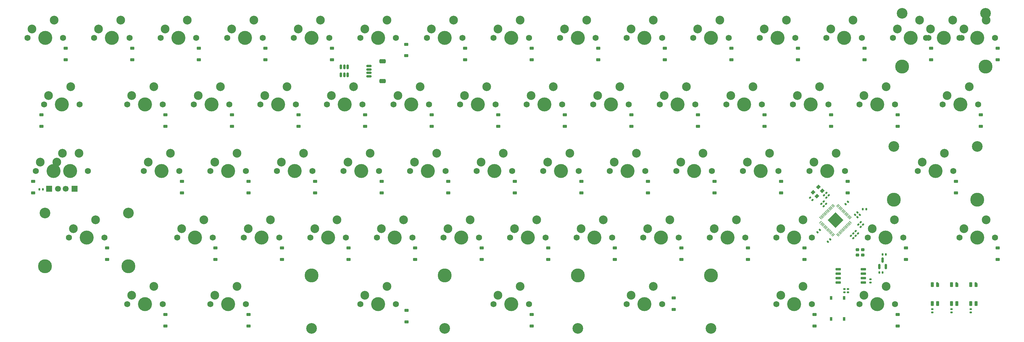
<source format=gbr>
%TF.GenerationSoftware,KiCad,Pcbnew,8.0.1*%
%TF.CreationDate,2025-07-05T22:55:18+09:00*%
%TF.ProjectId,Lily60,4c696c79-3630-42e6-9b69-6361645f7063,rev?*%
%TF.SameCoordinates,Original*%
%TF.FileFunction,Soldermask,Bot*%
%TF.FilePolarity,Negative*%
%FSLAX46Y46*%
G04 Gerber Fmt 4.6, Leading zero omitted, Abs format (unit mm)*
G04 Created by KiCad (PCBNEW 8.0.1) date 2025-07-05 22:55:18*
%MOMM*%
%LPD*%
G01*
G04 APERTURE LIST*
G04 Aperture macros list*
%AMRoundRect*
0 Rectangle with rounded corners*
0 $1 Rounding radius*
0 $2 $3 $4 $5 $6 $7 $8 $9 X,Y pos of 4 corners*
0 Add a 4 corners polygon primitive as box body*
4,1,4,$2,$3,$4,$5,$6,$7,$8,$9,$2,$3,0*
0 Add four circle primitives for the rounded corners*
1,1,$1+$1,$2,$3*
1,1,$1+$1,$4,$5*
1,1,$1+$1,$6,$7*
1,1,$1+$1,$8,$9*
0 Add four rect primitives between the rounded corners*
20,1,$1+$1,$2,$3,$4,$5,0*
20,1,$1+$1,$4,$5,$6,$7,0*
20,1,$1+$1,$6,$7,$8,$9,0*
20,1,$1+$1,$8,$9,$2,$3,0*%
%AMRotRect*
0 Rectangle, with rotation*
0 The origin of the aperture is its center*
0 $1 length*
0 $2 width*
0 $3 Rotation angle, in degrees counterclockwise*
0 Add horizontal line*
21,1,$1,$2,0,0,$3*%
%AMFreePoly0*
4,1,18,-0.700000,0.205000,-0.684395,0.283450,-0.639957,0.349957,-0.573450,0.394395,-0.495000,0.410000,0.495000,0.410000,0.573450,0.394395,0.639957,0.349957,0.684395,0.283450,0.700000,0.205000,0.700000,0.000000,0.290000,-0.410000,-0.495000,-0.410000,-0.573450,-0.394395,-0.639957,-0.349957,-0.684395,-0.283450,-0.700000,-0.205000,-0.700000,0.205000,-0.700000,0.205000,$1*%
G04 Aperture macros list end*
%ADD10C,1.750000*%
%ADD11C,4.000000*%
%ADD12C,2.500000*%
%ADD13C,3.048000*%
%ADD14C,3.987800*%
%ADD15RoundRect,0.202500X0.202500X-0.497500X0.202500X0.497500X-0.202500X0.497500X-0.202500X-0.497500X0*%
%ADD16FreePoly0,90.000000*%
%ADD17RoundRect,0.205000X0.205000X-0.495000X0.205000X0.495000X-0.205000X0.495000X-0.205000X-0.495000X0*%
%ADD18C,1.690600*%
%ADD19R,1.690600X1.690600*%
%ADD20RoundRect,0.225000X0.375000X-0.225000X0.375000X0.225000X-0.375000X0.225000X-0.375000X-0.225000X0*%
%ADD21RoundRect,0.140000X-0.021213X0.219203X-0.219203X0.021213X0.021213X-0.219203X0.219203X-0.021213X0*%
%ADD22RoundRect,0.150000X0.150000X-0.587500X0.150000X0.587500X-0.150000X0.587500X-0.150000X-0.587500X0*%
%ADD23RoundRect,0.140000X0.170000X-0.140000X0.170000X0.140000X-0.170000X0.140000X-0.170000X-0.140000X0*%
%ADD24RoundRect,0.140000X0.219203X0.021213X0.021213X0.219203X-0.219203X-0.021213X-0.021213X-0.219203X0*%
%ADD25R,0.750000X1.000000*%
%ADD26RoundRect,0.140000X-0.219203X-0.021213X-0.021213X-0.219203X0.219203X0.021213X0.021213X0.219203X0*%
%ADD27RoundRect,0.140000X0.021213X-0.219203X0.219203X-0.021213X-0.021213X0.219203X-0.219203X0.021213X0*%
%ADD28RoundRect,0.140000X0.140000X0.170000X-0.140000X0.170000X-0.140000X-0.170000X0.140000X-0.170000X0*%
%ADD29RoundRect,0.150000X0.150000X-0.512500X0.150000X0.512500X-0.150000X0.512500X-0.150000X-0.512500X0*%
%ADD30RotRect,1.000000X0.900000X45.000000*%
%ADD31RoundRect,0.140000X-0.140000X-0.170000X0.140000X-0.170000X0.140000X0.170000X-0.140000X0.170000X0*%
%ADD32RoundRect,0.150000X-0.650000X-0.150000X0.650000X-0.150000X0.650000X0.150000X-0.650000X0.150000X0*%
%ADD33RoundRect,0.150000X-0.625000X0.150000X-0.625000X-0.150000X0.625000X-0.150000X0.625000X0.150000X0*%
%ADD34RoundRect,0.250000X-0.650000X0.350000X-0.650000X-0.350000X0.650000X-0.350000X0.650000X0.350000X0*%
%ADD35RoundRect,0.225000X-0.250000X0.225000X-0.250000X-0.225000X0.250000X-0.225000X0.250000X0.225000X0*%
%ADD36RoundRect,0.225000X0.250000X-0.225000X0.250000X0.225000X-0.250000X0.225000X-0.250000X-0.225000X0*%
%ADD37RoundRect,0.050000X-0.238649X-0.309359X0.309359X0.238649X0.238649X0.309359X-0.309359X-0.238649X0*%
%ADD38RoundRect,0.050000X0.238649X-0.309359X0.309359X-0.238649X-0.238649X0.309359X-0.309359X0.238649X0*%
%ADD39RoundRect,0.144000X0.000000X-2.059095X2.059095X0.000000X0.000000X2.059095X-2.059095X0.000000X0*%
G04 APERTURE END LIST*
D10*
%TO.C,MX51*%
X218757500Y-95250000D03*
D11*
X223837500Y-95250000D03*
D10*
X228917500Y-95250000D03*
D12*
X220027500Y-92710000D03*
X226377500Y-90170000D03*
%TD*%
D10*
%TO.C,MX29*%
X304482500Y-57150000D03*
D11*
X309562500Y-57150000D03*
D10*
X314642500Y-57150000D03*
D12*
X305752500Y-54610000D03*
X312102500Y-52070000D03*
%TD*%
D10*
%TO.C,MX18*%
X90170000Y-57150000D03*
D11*
X95250000Y-57150000D03*
D10*
X100330000Y-57150000D03*
D12*
X91440000Y-54610000D03*
X97790000Y-52070000D03*
%TD*%
D13*
%TO.C,REF\u002A\u002A*%
X47593250Y-88265000D03*
D14*
X47593250Y-103475000D03*
D13*
X71469250Y-88265000D03*
D14*
X71469250Y-103475000D03*
%TD*%
D10*
%TO.C,MX16*%
X47307500Y-57150000D03*
D11*
X52387500Y-57150000D03*
D10*
X57467500Y-57150000D03*
D12*
X48577500Y-54610000D03*
X54927500Y-52070000D03*
%TD*%
D10*
%TO.C,MX33*%
X113982500Y-76200000D03*
D11*
X119062500Y-76200000D03*
D10*
X124142500Y-76200000D03*
D12*
X115252500Y-73660000D03*
X121602500Y-71120000D03*
%TD*%
D10*
%TO.C,MX31*%
X75882500Y-76200000D03*
D11*
X80962500Y-76200000D03*
D10*
X86042500Y-76200000D03*
D12*
X77152500Y-73660000D03*
X83502500Y-71120000D03*
%TD*%
D10*
%TO.C,MX1*%
X42545000Y-38100000D03*
D11*
X47625000Y-38100000D03*
D10*
X52705000Y-38100000D03*
D12*
X43815000Y-35560000D03*
X50165000Y-33020000D03*
%TD*%
D13*
%TO.C,REF\u002A\u002A*%
X292862000Y-31115000D03*
D14*
X292862000Y-46325000D03*
D13*
X316738000Y-31115000D03*
D14*
X316738000Y-46325000D03*
%TD*%
D10*
%TO.C,MX12*%
X252095000Y-38100000D03*
D11*
X257175000Y-38100000D03*
D10*
X262255000Y-38100000D03*
D12*
X253365000Y-35560000D03*
X259715000Y-33020000D03*
%TD*%
D10*
%TO.C,MX61*%
X256857500Y-114300000D03*
D11*
X261937500Y-114300000D03*
D10*
X267017500Y-114300000D03*
D12*
X258127500Y-111760000D03*
X264477500Y-109220000D03*
%TD*%
D10*
%TO.C,MX4*%
X99695000Y-38100000D03*
D11*
X104775000Y-38100000D03*
D10*
X109855000Y-38100000D03*
D12*
X100965000Y-35560000D03*
X107315000Y-33020000D03*
%TD*%
D10*
%TO.C,MX58*%
X137795000Y-114300000D03*
D11*
X142875000Y-114300000D03*
D10*
X147955000Y-114300000D03*
D12*
X139065000Y-111760000D03*
X145415000Y-109220000D03*
%TD*%
D10*
%TO.C,MX54*%
X283051250Y-95250000D03*
D11*
X288131250Y-95250000D03*
D10*
X293211250Y-95250000D03*
D12*
X284321250Y-92710000D03*
X290671250Y-90170000D03*
%TD*%
D10*
%TO.C,MX20*%
X128270000Y-57150000D03*
D11*
X133350000Y-57150000D03*
D10*
X138430000Y-57150000D03*
D12*
X129540000Y-54610000D03*
X135890000Y-52070000D03*
%TD*%
D10*
%TO.C,MX9*%
X194945000Y-38100000D03*
D11*
X200025000Y-38100000D03*
D10*
X205105000Y-38100000D03*
D12*
X196215000Y-35560000D03*
X202565000Y-33020000D03*
%TD*%
D10*
%TO.C,MX23*%
X185420000Y-57150000D03*
D11*
X190500000Y-57150000D03*
D10*
X195580000Y-57150000D03*
D12*
X186690000Y-54610000D03*
X193040000Y-52070000D03*
%TD*%
D10*
%TO.C,MX17*%
X71120000Y-57150000D03*
D11*
X76200000Y-57150000D03*
D10*
X81280000Y-57150000D03*
D12*
X72390000Y-54610000D03*
X78740000Y-52070000D03*
%TD*%
D10*
%TO.C,MX39*%
X228282500Y-76200000D03*
D11*
X233362500Y-76200000D03*
D10*
X238442500Y-76200000D03*
D12*
X229552500Y-73660000D03*
X235902500Y-71120000D03*
%TD*%
D15*
%TO.C,D63*%
X302970002Y-114150000D03*
D16*
X302975002Y-108750000D03*
D17*
X301475002Y-108750000D03*
X301475002Y-114150000D03*
%TD*%
D10*
%TO.C,MX14*%
X290195000Y-38100000D03*
D11*
X295275000Y-38100000D03*
D10*
X300355000Y-38100000D03*
D12*
X291465000Y-35560000D03*
X297815000Y-33020000D03*
%TD*%
D10*
%TO.C,MX48*%
X161607500Y-95250000D03*
D11*
X166687500Y-95250000D03*
D10*
X171767500Y-95250000D03*
D12*
X162877500Y-92710000D03*
X169227500Y-90170000D03*
%TD*%
D10*
%TO.C,MX27*%
X261620000Y-57150000D03*
D11*
X266700000Y-57150000D03*
D10*
X271780000Y-57150000D03*
D12*
X262890000Y-54610000D03*
X269240000Y-52070000D03*
%TD*%
D10*
%TO.C,MX22*%
X166370000Y-57150000D03*
D11*
X171450000Y-57150000D03*
D10*
X176530000Y-57150000D03*
D12*
X167640000Y-54610000D03*
X173990000Y-52070000D03*
%TD*%
D10*
%TO.C,MX45*%
X104457500Y-95250000D03*
D11*
X109537500Y-95250000D03*
D10*
X114617500Y-95250000D03*
D12*
X105727500Y-92710000D03*
X112077500Y-90170000D03*
%TD*%
D10*
%TO.C,MX21*%
X147320000Y-57150000D03*
D11*
X152400000Y-57150000D03*
D10*
X157480000Y-57150000D03*
D12*
X148590000Y-54610000D03*
X154940000Y-52070000D03*
%TD*%
D15*
%TO.C,D66*%
X313970001Y-114150001D03*
D16*
X313975001Y-108750001D03*
D17*
X312475001Y-108750001D03*
X312475001Y-114150001D03*
%TD*%
D10*
%TO.C,MX37*%
X190182500Y-76200000D03*
D11*
X195262500Y-76200000D03*
D10*
X200342500Y-76200000D03*
D12*
X191452500Y-73660000D03*
X197802500Y-71120000D03*
%TD*%
D10*
%TO.C,MX47*%
X142557500Y-95250000D03*
D11*
X147637500Y-95250000D03*
D10*
X152717500Y-95250000D03*
D12*
X143827500Y-92710000D03*
X150177500Y-90170000D03*
%TD*%
D13*
%TO.C,REF\u002A\u002A*%
X238125000Y-121285000D03*
D14*
X238125000Y-106075000D03*
D13*
X200025000Y-121285000D03*
D14*
X200025000Y-106075000D03*
%TD*%
D10*
%TO.C,MX25*%
X223520000Y-57150000D03*
D11*
X228600000Y-57150000D03*
D10*
X233680000Y-57150000D03*
D12*
X224790000Y-54610000D03*
X231140000Y-52070000D03*
%TD*%
D10*
%TO.C,MX62*%
X280670000Y-114300000D03*
D11*
X285750000Y-114300000D03*
D10*
X290830000Y-114300000D03*
D12*
X281940000Y-111760000D03*
X288290000Y-109220000D03*
%TD*%
D10*
%TO.C,MX26*%
X242570000Y-57150000D03*
D11*
X247650000Y-57150000D03*
D10*
X252730000Y-57150000D03*
D12*
X243840000Y-54610000D03*
X250190000Y-52070000D03*
%TD*%
D10*
%TO.C,MX49*%
X180657500Y-95250000D03*
D11*
X185737500Y-95250000D03*
D10*
X190817500Y-95250000D03*
D12*
X181927500Y-92710000D03*
X188277500Y-90170000D03*
%TD*%
D10*
%TO.C,MX60*%
X213995000Y-114300000D03*
D11*
X219075000Y-114300000D03*
D10*
X224155000Y-114300000D03*
D12*
X215265000Y-111760000D03*
X221615000Y-109220000D03*
%TD*%
D10*
%TO.C,MX44*%
X85407500Y-95250000D03*
D11*
X90487500Y-95250000D03*
D10*
X95567500Y-95250000D03*
D12*
X86677500Y-92710000D03*
X93027500Y-90170000D03*
%TD*%
D10*
%TO.C,MX40*%
X247332500Y-76200000D03*
D11*
X252412500Y-76200000D03*
D10*
X257492500Y-76200000D03*
D12*
X248602500Y-73660000D03*
X254952500Y-71120000D03*
%TD*%
D10*
%TO.C,MX43*%
X54451250Y-95250000D03*
D11*
X59531250Y-95250000D03*
D10*
X64611250Y-95250000D03*
D12*
X55721250Y-92710000D03*
X62071250Y-90170000D03*
%TD*%
D10*
%TO.C,MX55*%
X309245000Y-95250000D03*
D11*
X314325000Y-95250000D03*
D10*
X319405000Y-95250000D03*
D12*
X310515000Y-92710000D03*
X316865000Y-90170000D03*
%TD*%
D10*
%TO.C,MX53*%
X256857500Y-95250000D03*
D11*
X261937500Y-95250000D03*
D10*
X267017500Y-95250000D03*
D12*
X258127500Y-92710000D03*
X264477500Y-90170000D03*
%TD*%
D10*
%TO.C,MX56*%
X71120000Y-114300000D03*
D11*
X76200000Y-114300000D03*
D10*
X81280000Y-114300000D03*
D12*
X72390000Y-111760000D03*
X78740000Y-109220000D03*
%TD*%
D10*
%TO.C,MX10*%
X213995000Y-38100000D03*
D11*
X219075000Y-38100000D03*
D10*
X224155000Y-38100000D03*
D12*
X215265000Y-35560000D03*
X221615000Y-33020000D03*
%TD*%
D10*
%TO.C,MX24*%
X204470000Y-57150000D03*
D11*
X209550000Y-57150000D03*
D10*
X214630000Y-57150000D03*
D12*
X205740000Y-54610000D03*
X212090000Y-52070000D03*
%TD*%
D10*
%TO.C,MX6*%
X137795000Y-38100000D03*
D11*
X142875000Y-38100000D03*
D10*
X147955000Y-38100000D03*
D12*
X139065000Y-35560000D03*
X145415000Y-33020000D03*
%TD*%
D10*
%TO.C,MX50*%
X199707500Y-95250000D03*
D11*
X204787500Y-95250000D03*
D10*
X209867500Y-95250000D03*
D12*
X200977500Y-92710000D03*
X207327500Y-90170000D03*
%TD*%
D10*
%TO.C,MX28*%
X280670000Y-57150000D03*
D11*
X285750000Y-57150000D03*
D10*
X290830000Y-57150000D03*
D12*
X281940000Y-54610000D03*
X288290000Y-52070000D03*
%TD*%
D10*
%TO.C,MX15*%
X299720000Y-38100000D03*
D11*
X304800000Y-38100000D03*
D10*
X309245000Y-38100000D03*
X309880000Y-38100000D03*
D11*
X314325000Y-38100000D03*
D10*
X319405000Y-38100000D03*
D12*
X300990000Y-35560000D03*
X310515000Y-35560000D03*
X307340000Y-33020000D03*
X316865000Y-33020000D03*
%TD*%
D10*
%TO.C,MX41*%
X266382500Y-76200000D03*
D11*
X271462500Y-76200000D03*
D10*
X276542500Y-76200000D03*
D12*
X267652500Y-73660000D03*
X274002500Y-71120000D03*
%TD*%
D10*
%TO.C,MX13*%
X271145000Y-38100000D03*
D11*
X276225000Y-38100000D03*
D10*
X281305000Y-38100000D03*
D12*
X272415000Y-35560000D03*
X278765000Y-33020000D03*
%TD*%
D13*
%TO.C,REF\u002A\u002A*%
X161925000Y-121285000D03*
D14*
X161925000Y-106075000D03*
D13*
X123825000Y-121285000D03*
D14*
X123825000Y-106075000D03*
%TD*%
D10*
%TO.C,MX3*%
X80645000Y-38100000D03*
D11*
X85725000Y-38100000D03*
D10*
X90805000Y-38100000D03*
D12*
X81915000Y-35560000D03*
X88265000Y-33020000D03*
%TD*%
D18*
%TO.C,D65*%
X51276250Y-81280000D03*
X53498750Y-81280000D03*
D19*
X48736250Y-81280000D03*
X56038750Y-81280000D03*
%TD*%
D10*
%TO.C,MX57*%
X94932500Y-114300000D03*
D11*
X100012500Y-114300000D03*
D10*
X105092500Y-114300000D03*
D12*
X96202500Y-111760000D03*
X102552500Y-109220000D03*
%TD*%
D10*
%TO.C,MX30*%
X44926250Y-76200000D03*
D11*
X50006250Y-76200000D03*
X54768750Y-76200000D03*
D10*
X59848750Y-76200000D03*
D12*
X46196250Y-73660000D03*
X50958750Y-73660000D03*
X52546250Y-71120000D03*
X57308750Y-71120000D03*
%TD*%
D10*
%TO.C,MX38*%
X209232500Y-76200000D03*
D11*
X214312500Y-76200000D03*
D10*
X219392500Y-76200000D03*
D12*
X210502500Y-73660000D03*
X216852500Y-71120000D03*
%TD*%
D10*
%TO.C,MX32*%
X94932500Y-76200000D03*
D11*
X100012500Y-76200000D03*
D10*
X105092500Y-76200000D03*
D12*
X96202500Y-73660000D03*
X102552500Y-71120000D03*
%TD*%
D10*
%TO.C,MX35*%
X152082500Y-76200000D03*
D11*
X157162500Y-76200000D03*
D10*
X162242500Y-76200000D03*
D12*
X153352500Y-73660000D03*
X159702500Y-71120000D03*
%TD*%
D10*
%TO.C,MX5*%
X118745000Y-38100000D03*
D11*
X123825000Y-38100000D03*
D10*
X128905000Y-38100000D03*
D12*
X120015000Y-35560000D03*
X126365000Y-33020000D03*
%TD*%
D13*
%TO.C,REF\u002A\u002A*%
X290480750Y-69215000D03*
D14*
X290480750Y-84425000D03*
D13*
X314356750Y-69215000D03*
D14*
X314356750Y-84425000D03*
%TD*%
D10*
%TO.C,MX7*%
X156845000Y-38100000D03*
D11*
X161925000Y-38100000D03*
D10*
X167005000Y-38100000D03*
D12*
X158115000Y-35560000D03*
X164465000Y-33020000D03*
%TD*%
D10*
%TO.C,MX59*%
X175895000Y-114300000D03*
D11*
X180975000Y-114300000D03*
D10*
X186055000Y-114300000D03*
D12*
X177165000Y-111760000D03*
X183515000Y-109220000D03*
%TD*%
D10*
%TO.C,MX42*%
X297338750Y-76200000D03*
D11*
X302418750Y-76200000D03*
D10*
X307498750Y-76200000D03*
D12*
X298608750Y-73660000D03*
X304958750Y-71120000D03*
%TD*%
D10*
%TO.C,MX2*%
X61595000Y-38100000D03*
D11*
X66675000Y-38100000D03*
D10*
X71755000Y-38100000D03*
D12*
X62865000Y-35560000D03*
X69215000Y-33020000D03*
%TD*%
D10*
%TO.C,MX34*%
X133032500Y-76200000D03*
D11*
X138112500Y-76200000D03*
D10*
X143192500Y-76200000D03*
D12*
X134302500Y-73660000D03*
X140652500Y-71120000D03*
%TD*%
D10*
%TO.C,MX52*%
X237807500Y-95250000D03*
D11*
X242887500Y-95250000D03*
D10*
X247967500Y-95250000D03*
D12*
X239077500Y-92710000D03*
X245427500Y-90170000D03*
%TD*%
D10*
%TO.C,MX36*%
X171132500Y-76200000D03*
D11*
X176212500Y-76200000D03*
D10*
X181292500Y-76200000D03*
D12*
X172402500Y-73660000D03*
X178752500Y-71120000D03*
%TD*%
D10*
%TO.C,MX46*%
X123507500Y-95250000D03*
D11*
X128587500Y-95250000D03*
D10*
X133667500Y-95250000D03*
D12*
X124777500Y-92710000D03*
X131127500Y-90170000D03*
%TD*%
D10*
%TO.C,MX19*%
X109220000Y-57150000D03*
D11*
X114300000Y-57150000D03*
D10*
X119380000Y-57150000D03*
D12*
X110490000Y-54610000D03*
X116840000Y-52070000D03*
%TD*%
D10*
%TO.C,MX8*%
X175895000Y-38100000D03*
D11*
X180975000Y-38100000D03*
D10*
X186055000Y-38100000D03*
D12*
X177165000Y-35560000D03*
X183515000Y-33020000D03*
%TD*%
D15*
%TO.C,D64*%
X308470002Y-114150001D03*
D16*
X308475002Y-108750001D03*
D17*
X306975002Y-108750001D03*
X306975002Y-114150001D03*
%TD*%
D10*
%TO.C,MX11*%
X233045000Y-38100000D03*
D11*
X238125000Y-38100000D03*
D10*
X243205000Y-38100000D03*
D12*
X234315000Y-35560000D03*
X240665000Y-33020000D03*
%TD*%
D20*
%TO.C,D59*%
X186806250Y-120593750D03*
X186806250Y-117293750D03*
%TD*%
D21*
%TO.C,C2*%
X280031569Y-88030601D03*
X279352747Y-88709423D03*
%TD*%
D20*
%TO.C,D12*%
X263006250Y-44393750D03*
X263006250Y-41093750D03*
%TD*%
%TO.C,D24*%
X215381250Y-63443750D03*
X215381250Y-60143750D03*
%TD*%
D21*
%TO.C,C3*%
X280714411Y-88710589D03*
X280035589Y-89389411D03*
%TD*%
D20*
%TO.C,D38*%
X220143750Y-82493750D03*
X220143750Y-79193750D03*
%TD*%
D22*
%TO.C,U2*%
X288212501Y-103562500D03*
X286312501Y-103562500D03*
X287262501Y-101687499D03*
%TD*%
D20*
%TO.C,D49*%
X191568750Y-101543750D03*
X191568750Y-98243750D03*
%TD*%
%TO.C,D19*%
X120131250Y-63443750D03*
X120131250Y-60143750D03*
%TD*%
D23*
%TO.C,C20*%
X312474999Y-116705001D03*
X312474999Y-115745001D03*
%TD*%
D20*
%TO.C,D3*%
X91556250Y-44393750D03*
X91556250Y-41093750D03*
%TD*%
%TO.C,D10*%
X224906250Y-44393750D03*
X224906250Y-41093750D03*
%TD*%
D24*
%TO.C,C9*%
X271081569Y-85609423D03*
X270402747Y-84930601D03*
%TD*%
D20*
%TO.C,D43*%
X65362500Y-101543750D03*
X65362500Y-98243750D03*
%TD*%
%TO.C,D7*%
X167756250Y-44393750D03*
X167756250Y-41093750D03*
%TD*%
%TO.C,D2*%
X72506250Y-44393750D03*
X72506250Y-41093750D03*
%TD*%
%TO.C,D15*%
X320156250Y-44393750D03*
X320156250Y-41093750D03*
%TD*%
D25*
%TO.C,BOOTSEL1*%
X272500000Y-112500000D03*
X272500000Y-118500000D03*
X276250000Y-112500000D03*
X276250000Y-118500000D03*
%TD*%
D20*
%TO.C,D23*%
X196331250Y-63443750D03*
X196331250Y-60143750D03*
%TD*%
D26*
%TO.C,C14*%
X266507467Y-83821554D03*
X267186289Y-84500376D03*
%TD*%
D20*
%TO.C,D17*%
X82031250Y-63443750D03*
X82031250Y-60143750D03*
%TD*%
D23*
%TO.C,C16*%
X283800000Y-108130000D03*
X283800000Y-107170000D03*
%TD*%
D27*
%TO.C,C17*%
X268610589Y-93689411D03*
X269289411Y-93010589D03*
%TD*%
D20*
%TO.C,D42*%
X308250000Y-82493750D03*
X308250000Y-79193750D03*
%TD*%
D28*
%TO.C,R7*%
X282580000Y-87100000D03*
X281620000Y-87100000D03*
%TD*%
D20*
%TO.C,D16*%
X46550000Y-63450000D03*
X46550000Y-60150000D03*
%TD*%
D26*
%TO.C,C11*%
X280302747Y-91555601D03*
X280981569Y-92234423D03*
%TD*%
D29*
%TO.C,U4*%
X134162499Y-48662500D03*
X133212500Y-48662500D03*
X132262501Y-48662500D03*
X132262501Y-46387500D03*
X133212500Y-46387500D03*
X134162499Y-46387500D03*
%TD*%
D21*
%TO.C,C1*%
X277331569Y-85030601D03*
X276652747Y-85709423D03*
%TD*%
D20*
%TO.C,D6*%
X150975000Y-43225000D03*
X150975000Y-39925000D03*
%TD*%
D27*
%TO.C,C7*%
X271577747Y-96434423D03*
X272256569Y-95755601D03*
%TD*%
D23*
%TO.C,R6*%
X276350000Y-110930000D03*
X276350000Y-109970000D03*
%TD*%
D20*
%TO.C,D56*%
X82031250Y-120593750D03*
X82031250Y-117293750D03*
%TD*%
D30*
%TO.C,Y1*%
X267341852Y-82287132D03*
X268862132Y-80766852D03*
X269958148Y-81862868D03*
X268437868Y-83383148D03*
%TD*%
D20*
%TO.C,D45*%
X115368750Y-101543750D03*
X115368750Y-98243750D03*
%TD*%
%TO.C,D33*%
X124893750Y-82493750D03*
X124893750Y-79193750D03*
%TD*%
%TO.C,D50*%
X210618750Y-101543750D03*
X210618750Y-98243750D03*
%TD*%
D31*
%TO.C,C12*%
X287257501Y-100087500D03*
X288217501Y-100087500D03*
%TD*%
D20*
%TO.C,D39*%
X239193750Y-82493750D03*
X239193750Y-79193750D03*
%TD*%
%TO.C,D26*%
X253481250Y-63443750D03*
X253481250Y-60143750D03*
%TD*%
%TO.C,D9*%
X205856250Y-44393750D03*
X205856250Y-41093750D03*
%TD*%
%TO.C,D30*%
X44175000Y-82493750D03*
X44175000Y-79193750D03*
%TD*%
%TO.C,D40*%
X258243750Y-82493750D03*
X258243750Y-79193750D03*
%TD*%
%TO.C,D61*%
X267768750Y-120593750D03*
X267768750Y-117293750D03*
%TD*%
%TO.C,D51*%
X229668750Y-101543750D03*
X229668750Y-98243750D03*
%TD*%
%TO.C,D55*%
X320156250Y-101543750D03*
X320156250Y-98243750D03*
%TD*%
%TO.C,D60*%
X227500000Y-115800000D03*
X227500000Y-112500000D03*
%TD*%
%TO.C,D20*%
X139181250Y-63443750D03*
X139181250Y-60143750D03*
%TD*%
D32*
%TO.C,U3*%
X274525000Y-108130000D03*
X274525000Y-106860000D03*
X274525000Y-105590000D03*
X274525000Y-104320000D03*
X281725000Y-104320000D03*
X281725000Y-105590000D03*
X281725000Y-106860000D03*
X281725000Y-108130000D03*
%TD*%
D23*
%TO.C,R5*%
X277325000Y-110930000D03*
X277325000Y-109970000D03*
%TD*%
D20*
%TO.C,D5*%
X129656250Y-44393750D03*
X129656250Y-41093750D03*
%TD*%
D26*
%TO.C,R4*%
X270499427Y-83117930D03*
X271178249Y-83796752D03*
%TD*%
D20*
%TO.C,D31*%
X86793750Y-82493750D03*
X86793750Y-79193750D03*
%TD*%
%TO.C,D41*%
X277293750Y-82493750D03*
X277293750Y-79193750D03*
%TD*%
%TO.C,D21*%
X158231250Y-63443750D03*
X158231250Y-60143750D03*
%TD*%
%TO.C,D14*%
X301106250Y-44393750D03*
X301106250Y-41093750D03*
%TD*%
D33*
%TO.C,J2*%
X140275000Y-46125000D03*
X140275000Y-47125000D03*
X140275000Y-48125000D03*
X140275000Y-49125000D03*
D34*
X144150000Y-44825000D03*
X144150000Y-50425000D03*
%TD*%
D26*
%TO.C,C6*%
X269727747Y-85605601D03*
X270406569Y-86284423D03*
%TD*%
D20*
%TO.C,D27*%
X272531250Y-63443750D03*
X272531250Y-60143750D03*
%TD*%
%TO.C,D1*%
X53456250Y-44393750D03*
X53456250Y-41093750D03*
%TD*%
%TO.C,D4*%
X110606250Y-44393750D03*
X110606250Y-41093750D03*
%TD*%
%TO.C,D37*%
X201093750Y-82493750D03*
X201093750Y-79193750D03*
%TD*%
%TO.C,D44*%
X96318750Y-101543750D03*
X96318750Y-98243750D03*
%TD*%
D24*
%TO.C,C5*%
X280245980Y-94034423D03*
X279567158Y-93355601D03*
%TD*%
D20*
%TO.C,D54*%
X293962500Y-101543750D03*
X293962500Y-98243750D03*
%TD*%
%TO.C,D47*%
X153468750Y-101543750D03*
X153468750Y-98243750D03*
%TD*%
D35*
%TO.C,R2*%
X281575000Y-98700001D03*
X281575000Y-100250001D03*
%TD*%
D24*
%TO.C,C4*%
X279570980Y-94709423D03*
X278892158Y-94030601D03*
%TD*%
D20*
%TO.C,D36*%
X182043750Y-82493750D03*
X182043750Y-79193750D03*
%TD*%
%TO.C,D35*%
X162993750Y-82493750D03*
X162993750Y-79193750D03*
%TD*%
%TO.C,D8*%
X186806250Y-44393750D03*
X186806250Y-41093750D03*
%TD*%
%TO.C,D52*%
X248718750Y-101543750D03*
X248718750Y-98243750D03*
%TD*%
%TO.C,D62*%
X291581250Y-120593750D03*
X291581250Y-117293750D03*
%TD*%
D26*
%TO.C,C8*%
X280977747Y-90880601D03*
X281656569Y-91559423D03*
%TD*%
D20*
%TO.C,D34*%
X143943750Y-82493750D03*
X143943750Y-79193750D03*
%TD*%
%TO.C,D29*%
X315393750Y-63443750D03*
X315393750Y-60143750D03*
%TD*%
D23*
%TO.C,C19*%
X306975000Y-116705001D03*
X306975000Y-115745001D03*
%TD*%
D28*
%TO.C,R3*%
X46955000Y-81475000D03*
X45995000Y-81475000D03*
%TD*%
D20*
%TO.C,D18*%
X101081250Y-63443750D03*
X101081250Y-60143750D03*
%TD*%
%TO.C,D48*%
X172518750Y-101543750D03*
X172518750Y-98243750D03*
%TD*%
%TO.C,D22*%
X177281250Y-63443750D03*
X177281250Y-60143750D03*
%TD*%
%TO.C,D11*%
X243956250Y-44393750D03*
X243956250Y-41093750D03*
%TD*%
D26*
%TO.C,C10*%
X278217158Y-94705601D03*
X278895980Y-95384423D03*
%TD*%
D20*
%TO.C,D46*%
X134418750Y-101543750D03*
X134418750Y-98243750D03*
%TD*%
%TO.C,D58*%
X151025000Y-119400000D03*
X151025000Y-116100000D03*
%TD*%
D36*
%TO.C,R1*%
X280075000Y-100250000D03*
X280075000Y-98700000D03*
%TD*%
D37*
%TO.C,U1*%
X273187742Y-94562742D03*
X272904899Y-94279899D03*
X272622057Y-93997057D03*
X272339214Y-93714214D03*
X272056371Y-93431371D03*
X271773529Y-93148529D03*
X271490686Y-92865686D03*
X271207843Y-92582843D03*
X270925000Y-92300000D03*
X270642158Y-92017158D03*
X270359315Y-91734315D03*
X270076472Y-91451472D03*
X269793630Y-91168630D03*
X269510787Y-90885787D03*
D38*
X269510787Y-89701383D03*
X269793630Y-89418540D03*
X270076472Y-89135698D03*
X270359315Y-88852855D03*
X270642158Y-88570012D03*
X270925000Y-88287170D03*
X271207843Y-88004327D03*
X271490686Y-87721484D03*
X271773529Y-87438641D03*
X272056371Y-87155799D03*
X272339214Y-86872956D03*
X272622057Y-86590113D03*
X272904899Y-86307271D03*
X273187742Y-86024428D03*
D37*
X274372146Y-86024428D03*
X274654989Y-86307271D03*
X274937831Y-86590113D03*
X275220674Y-86872956D03*
X275503517Y-87155799D03*
X275786359Y-87438641D03*
X276069202Y-87721484D03*
X276352045Y-88004327D03*
X276634888Y-88287170D03*
X276917730Y-88570012D03*
X277200573Y-88852855D03*
X277483416Y-89135698D03*
X277766258Y-89418540D03*
X278049101Y-89701383D03*
D38*
X278049101Y-90885787D03*
X277766258Y-91168630D03*
X277483416Y-91451472D03*
X277200573Y-91734315D03*
X276917730Y-92017158D03*
X276634888Y-92300000D03*
X276352045Y-92582843D03*
X276069202Y-92865686D03*
X275786359Y-93148529D03*
X275503517Y-93431371D03*
X275220674Y-93714214D03*
X274937831Y-93997057D03*
X274654989Y-94279899D03*
X274372146Y-94562742D03*
D39*
X273779944Y-90293585D03*
%TD*%
D20*
%TO.C,D32*%
X105843750Y-82493750D03*
X105843750Y-79193750D03*
%TD*%
D24*
%TO.C,C15*%
X271850000Y-83125000D03*
X271171178Y-82446178D03*
%TD*%
D20*
%TO.C,D28*%
X291581250Y-63443750D03*
X291581250Y-60143750D03*
%TD*%
D31*
%TO.C,C13*%
X286307501Y-105262500D03*
X287267501Y-105262500D03*
%TD*%
D20*
%TO.C,D57*%
X105843750Y-120593750D03*
X105843750Y-117293750D03*
%TD*%
%TO.C,D13*%
X282056250Y-44393750D03*
X282056250Y-41093750D03*
%TD*%
%TO.C,D53*%
X264925000Y-101525000D03*
X264925000Y-98225000D03*
%TD*%
D23*
%TO.C,C18*%
X301475000Y-116705000D03*
X301475000Y-115745000D03*
%TD*%
D20*
%TO.C,D25*%
X234431250Y-63443750D03*
X234431250Y-60143750D03*
%TD*%
M02*

</source>
